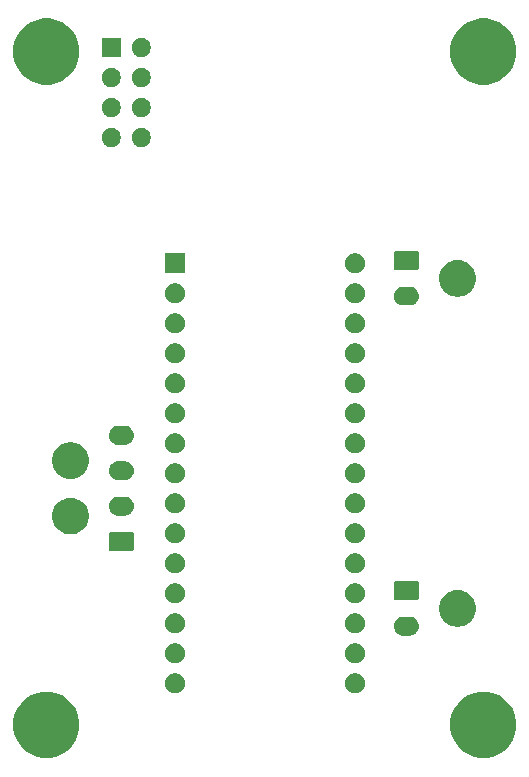
<source format=gbr>
G04 #@! TF.GenerationSoftware,KiCad,Pcbnew,(5.1.5)-3*
G04 #@! TF.CreationDate,2020-05-08T00:55:35-06:00*
G04 #@! TF.ProjectId,camera,63616d65-7261-42e6-9b69-6361645f7063,rev?*
G04 #@! TF.SameCoordinates,Original*
G04 #@! TF.FileFunction,Soldermask,Bot*
G04 #@! TF.FilePolarity,Negative*
%FSLAX46Y46*%
G04 Gerber Fmt 4.6, Leading zero omitted, Abs format (unit mm)*
G04 Created by KiCad (PCBNEW (5.1.5)-3) date 2020-05-08 00:55:35*
%MOMM*%
%LPD*%
G04 APERTURE LIST*
%ADD10C,0.100000*%
G04 APERTURE END LIST*
D10*
G36*
X101817021Y-143306640D02*
G01*
X102326769Y-143517785D01*
X102326771Y-143517786D01*
X102785534Y-143824321D01*
X103175679Y-144214466D01*
X103482214Y-144673229D01*
X103482215Y-144673231D01*
X103693360Y-145182979D01*
X103801000Y-145724124D01*
X103801000Y-146275876D01*
X103693360Y-146817021D01*
X103482215Y-147326769D01*
X103482214Y-147326771D01*
X103175679Y-147785534D01*
X102785534Y-148175679D01*
X102326771Y-148482214D01*
X102326770Y-148482215D01*
X102326769Y-148482215D01*
X101817021Y-148693360D01*
X101275876Y-148801000D01*
X100724124Y-148801000D01*
X100182979Y-148693360D01*
X99673231Y-148482215D01*
X99673230Y-148482215D01*
X99673229Y-148482214D01*
X99214466Y-148175679D01*
X98824321Y-147785534D01*
X98517786Y-147326771D01*
X98517785Y-147326769D01*
X98306640Y-146817021D01*
X98199000Y-146275876D01*
X98199000Y-145724124D01*
X98306640Y-145182979D01*
X98517785Y-144673231D01*
X98517786Y-144673229D01*
X98824321Y-144214466D01*
X99214466Y-143824321D01*
X99673229Y-143517786D01*
X99673231Y-143517785D01*
X100182979Y-143306640D01*
X100724124Y-143199000D01*
X101275876Y-143199000D01*
X101817021Y-143306640D01*
G37*
G36*
X64817021Y-143306640D02*
G01*
X65326769Y-143517785D01*
X65326771Y-143517786D01*
X65785534Y-143824321D01*
X66175679Y-144214466D01*
X66482214Y-144673229D01*
X66482215Y-144673231D01*
X66693360Y-145182979D01*
X66801000Y-145724124D01*
X66801000Y-146275876D01*
X66693360Y-146817021D01*
X66482215Y-147326769D01*
X66482214Y-147326771D01*
X66175679Y-147785534D01*
X65785534Y-148175679D01*
X65326771Y-148482214D01*
X65326770Y-148482215D01*
X65326769Y-148482215D01*
X64817021Y-148693360D01*
X64275876Y-148801000D01*
X63724124Y-148801000D01*
X63182979Y-148693360D01*
X62673231Y-148482215D01*
X62673230Y-148482215D01*
X62673229Y-148482214D01*
X62214466Y-148175679D01*
X61824321Y-147785534D01*
X61517786Y-147326771D01*
X61517785Y-147326769D01*
X61306640Y-146817021D01*
X61199000Y-146275876D01*
X61199000Y-145724124D01*
X61306640Y-145182979D01*
X61517785Y-144673231D01*
X61517786Y-144673229D01*
X61824321Y-144214466D01*
X62214466Y-143824321D01*
X62673229Y-143517786D01*
X62673231Y-143517785D01*
X63182979Y-143306640D01*
X63724124Y-143199000D01*
X64275876Y-143199000D01*
X64817021Y-143306640D01*
G37*
G36*
X75138228Y-141675703D02*
G01*
X75293100Y-141739853D01*
X75432481Y-141832985D01*
X75551015Y-141951519D01*
X75644147Y-142090900D01*
X75708297Y-142245772D01*
X75741000Y-142410184D01*
X75741000Y-142577816D01*
X75708297Y-142742228D01*
X75644147Y-142897100D01*
X75551015Y-143036481D01*
X75432481Y-143155015D01*
X75293100Y-143248147D01*
X75138228Y-143312297D01*
X74973816Y-143345000D01*
X74806184Y-143345000D01*
X74641772Y-143312297D01*
X74486900Y-143248147D01*
X74347519Y-143155015D01*
X74228985Y-143036481D01*
X74135853Y-142897100D01*
X74071703Y-142742228D01*
X74039000Y-142577816D01*
X74039000Y-142410184D01*
X74071703Y-142245772D01*
X74135853Y-142090900D01*
X74228985Y-141951519D01*
X74347519Y-141832985D01*
X74486900Y-141739853D01*
X74641772Y-141675703D01*
X74806184Y-141643000D01*
X74973816Y-141643000D01*
X75138228Y-141675703D01*
G37*
G36*
X90378228Y-141675703D02*
G01*
X90533100Y-141739853D01*
X90672481Y-141832985D01*
X90791015Y-141951519D01*
X90884147Y-142090900D01*
X90948297Y-142245772D01*
X90981000Y-142410184D01*
X90981000Y-142577816D01*
X90948297Y-142742228D01*
X90884147Y-142897100D01*
X90791015Y-143036481D01*
X90672481Y-143155015D01*
X90533100Y-143248147D01*
X90378228Y-143312297D01*
X90213816Y-143345000D01*
X90046184Y-143345000D01*
X89881772Y-143312297D01*
X89726900Y-143248147D01*
X89587519Y-143155015D01*
X89468985Y-143036481D01*
X89375853Y-142897100D01*
X89311703Y-142742228D01*
X89279000Y-142577816D01*
X89279000Y-142410184D01*
X89311703Y-142245772D01*
X89375853Y-142090900D01*
X89468985Y-141951519D01*
X89587519Y-141832985D01*
X89726900Y-141739853D01*
X89881772Y-141675703D01*
X90046184Y-141643000D01*
X90213816Y-141643000D01*
X90378228Y-141675703D01*
G37*
G36*
X90378228Y-139135703D02*
G01*
X90533100Y-139199853D01*
X90672481Y-139292985D01*
X90791015Y-139411519D01*
X90884147Y-139550900D01*
X90948297Y-139705772D01*
X90981000Y-139870184D01*
X90981000Y-140037816D01*
X90948297Y-140202228D01*
X90884147Y-140357100D01*
X90791015Y-140496481D01*
X90672481Y-140615015D01*
X90533100Y-140708147D01*
X90378228Y-140772297D01*
X90213816Y-140805000D01*
X90046184Y-140805000D01*
X89881772Y-140772297D01*
X89726900Y-140708147D01*
X89587519Y-140615015D01*
X89468985Y-140496481D01*
X89375853Y-140357100D01*
X89311703Y-140202228D01*
X89279000Y-140037816D01*
X89279000Y-139870184D01*
X89311703Y-139705772D01*
X89375853Y-139550900D01*
X89468985Y-139411519D01*
X89587519Y-139292985D01*
X89726900Y-139199853D01*
X89881772Y-139135703D01*
X90046184Y-139103000D01*
X90213816Y-139103000D01*
X90378228Y-139135703D01*
G37*
G36*
X75138228Y-139135703D02*
G01*
X75293100Y-139199853D01*
X75432481Y-139292985D01*
X75551015Y-139411519D01*
X75644147Y-139550900D01*
X75708297Y-139705772D01*
X75741000Y-139870184D01*
X75741000Y-140037816D01*
X75708297Y-140202228D01*
X75644147Y-140357100D01*
X75551015Y-140496481D01*
X75432481Y-140615015D01*
X75293100Y-140708147D01*
X75138228Y-140772297D01*
X74973816Y-140805000D01*
X74806184Y-140805000D01*
X74641772Y-140772297D01*
X74486900Y-140708147D01*
X74347519Y-140615015D01*
X74228985Y-140496481D01*
X74135853Y-140357100D01*
X74071703Y-140202228D01*
X74039000Y-140037816D01*
X74039000Y-139870184D01*
X74071703Y-139705772D01*
X74135853Y-139550900D01*
X74228985Y-139411519D01*
X74347519Y-139292985D01*
X74486900Y-139199853D01*
X74641772Y-139135703D01*
X74806184Y-139103000D01*
X74973816Y-139103000D01*
X75138228Y-139135703D01*
G37*
G36*
X94826571Y-136846863D02*
G01*
X94905023Y-136854590D01*
X94984417Y-136878674D01*
X95056013Y-136900392D01*
X95195165Y-136974771D01*
X95317133Y-137074867D01*
X95417229Y-137196835D01*
X95491608Y-137335987D01*
X95495477Y-137348741D01*
X95537410Y-137486977D01*
X95552875Y-137644000D01*
X95537410Y-137801023D01*
X95532533Y-137817100D01*
X95491608Y-137952013D01*
X95417229Y-138091165D01*
X95317133Y-138213133D01*
X95195165Y-138313229D01*
X95056013Y-138387608D01*
X95005682Y-138402875D01*
X94905023Y-138433410D01*
X94826571Y-138441137D01*
X94787346Y-138445000D01*
X94188654Y-138445000D01*
X94149429Y-138441137D01*
X94070977Y-138433410D01*
X93970318Y-138402875D01*
X93919987Y-138387608D01*
X93780835Y-138313229D01*
X93658867Y-138213133D01*
X93558771Y-138091165D01*
X93484392Y-137952013D01*
X93443467Y-137817100D01*
X93438590Y-137801023D01*
X93423125Y-137644000D01*
X93438590Y-137486977D01*
X93480523Y-137348741D01*
X93484392Y-137335987D01*
X93558771Y-137196835D01*
X93658867Y-137074867D01*
X93780835Y-136974771D01*
X93919987Y-136900392D01*
X93991583Y-136878674D01*
X94070977Y-136854590D01*
X94149429Y-136846863D01*
X94188654Y-136843000D01*
X94787346Y-136843000D01*
X94826571Y-136846863D01*
G37*
G36*
X90378228Y-136595703D02*
G01*
X90533100Y-136659853D01*
X90672481Y-136752985D01*
X90791015Y-136871519D01*
X90884147Y-137010900D01*
X90948297Y-137165772D01*
X90981000Y-137330184D01*
X90981000Y-137497816D01*
X90948297Y-137662228D01*
X90884147Y-137817100D01*
X90791015Y-137956481D01*
X90672481Y-138075015D01*
X90533100Y-138168147D01*
X90378228Y-138232297D01*
X90213816Y-138265000D01*
X90046184Y-138265000D01*
X89881772Y-138232297D01*
X89726900Y-138168147D01*
X89587519Y-138075015D01*
X89468985Y-137956481D01*
X89375853Y-137817100D01*
X89311703Y-137662228D01*
X89279000Y-137497816D01*
X89279000Y-137330184D01*
X89311703Y-137165772D01*
X89375853Y-137010900D01*
X89468985Y-136871519D01*
X89587519Y-136752985D01*
X89726900Y-136659853D01*
X89881772Y-136595703D01*
X90046184Y-136563000D01*
X90213816Y-136563000D01*
X90378228Y-136595703D01*
G37*
G36*
X75138228Y-136595703D02*
G01*
X75293100Y-136659853D01*
X75432481Y-136752985D01*
X75551015Y-136871519D01*
X75644147Y-137010900D01*
X75708297Y-137165772D01*
X75741000Y-137330184D01*
X75741000Y-137497816D01*
X75708297Y-137662228D01*
X75644147Y-137817100D01*
X75551015Y-137956481D01*
X75432481Y-138075015D01*
X75293100Y-138168147D01*
X75138228Y-138232297D01*
X74973816Y-138265000D01*
X74806184Y-138265000D01*
X74641772Y-138232297D01*
X74486900Y-138168147D01*
X74347519Y-138075015D01*
X74228985Y-137956481D01*
X74135853Y-137817100D01*
X74071703Y-137662228D01*
X74039000Y-137497816D01*
X74039000Y-137330184D01*
X74071703Y-137165772D01*
X74135853Y-137010900D01*
X74228985Y-136871519D01*
X74347519Y-136752985D01*
X74486900Y-136659853D01*
X74641772Y-136595703D01*
X74806184Y-136563000D01*
X74973816Y-136563000D01*
X75138228Y-136595703D01*
G37*
G36*
X99110585Y-134622802D02*
G01*
X99260410Y-134652604D01*
X99542674Y-134769521D01*
X99796705Y-134939259D01*
X100012741Y-135155295D01*
X100182479Y-135409326D01*
X100299396Y-135691590D01*
X100359000Y-135991240D01*
X100359000Y-136296760D01*
X100299396Y-136596410D01*
X100182479Y-136878674D01*
X100012741Y-137132705D01*
X99796705Y-137348741D01*
X99542674Y-137518479D01*
X99260410Y-137635396D01*
X99125516Y-137662228D01*
X98960761Y-137695000D01*
X98655239Y-137695000D01*
X98490484Y-137662228D01*
X98355590Y-137635396D01*
X98073326Y-137518479D01*
X97819295Y-137348741D01*
X97603259Y-137132705D01*
X97433521Y-136878674D01*
X97316604Y-136596410D01*
X97257000Y-136296760D01*
X97257000Y-135991240D01*
X97316604Y-135691590D01*
X97433521Y-135409326D01*
X97603259Y-135155295D01*
X97819295Y-134939259D01*
X98073326Y-134769521D01*
X98355590Y-134652604D01*
X98505415Y-134622802D01*
X98655239Y-134593000D01*
X98960761Y-134593000D01*
X99110585Y-134622802D01*
G37*
G36*
X90378228Y-134055703D02*
G01*
X90533100Y-134119853D01*
X90672481Y-134212985D01*
X90791015Y-134331519D01*
X90884147Y-134470900D01*
X90948297Y-134625772D01*
X90981000Y-134790184D01*
X90981000Y-134957816D01*
X90948297Y-135122228D01*
X90884147Y-135277100D01*
X90791015Y-135416481D01*
X90672481Y-135535015D01*
X90533100Y-135628147D01*
X90378228Y-135692297D01*
X90213816Y-135725000D01*
X90046184Y-135725000D01*
X89881772Y-135692297D01*
X89726900Y-135628147D01*
X89587519Y-135535015D01*
X89468985Y-135416481D01*
X89375853Y-135277100D01*
X89311703Y-135122228D01*
X89279000Y-134957816D01*
X89279000Y-134790184D01*
X89311703Y-134625772D01*
X89375853Y-134470900D01*
X89468985Y-134331519D01*
X89587519Y-134212985D01*
X89726900Y-134119853D01*
X89881772Y-134055703D01*
X90046184Y-134023000D01*
X90213816Y-134023000D01*
X90378228Y-134055703D01*
G37*
G36*
X75138228Y-134055703D02*
G01*
X75293100Y-134119853D01*
X75432481Y-134212985D01*
X75551015Y-134331519D01*
X75644147Y-134470900D01*
X75708297Y-134625772D01*
X75741000Y-134790184D01*
X75741000Y-134957816D01*
X75708297Y-135122228D01*
X75644147Y-135277100D01*
X75551015Y-135416481D01*
X75432481Y-135535015D01*
X75293100Y-135628147D01*
X75138228Y-135692297D01*
X74973816Y-135725000D01*
X74806184Y-135725000D01*
X74641772Y-135692297D01*
X74486900Y-135628147D01*
X74347519Y-135535015D01*
X74228985Y-135416481D01*
X74135853Y-135277100D01*
X74071703Y-135122228D01*
X74039000Y-134957816D01*
X74039000Y-134790184D01*
X74071703Y-134625772D01*
X74135853Y-134470900D01*
X74228985Y-134331519D01*
X74347519Y-134212985D01*
X74486900Y-134119853D01*
X74641772Y-134055703D01*
X74806184Y-134023000D01*
X74973816Y-134023000D01*
X75138228Y-134055703D01*
G37*
G36*
X95401048Y-133847122D02*
G01*
X95435387Y-133857539D01*
X95467036Y-133874456D01*
X95494778Y-133897222D01*
X95517544Y-133924964D01*
X95534461Y-133956613D01*
X95544878Y-133990952D01*
X95549000Y-134032807D01*
X95549000Y-135255193D01*
X95544878Y-135297048D01*
X95534461Y-135331387D01*
X95517544Y-135363036D01*
X95494778Y-135390778D01*
X95467036Y-135413544D01*
X95435387Y-135430461D01*
X95401048Y-135440878D01*
X95359193Y-135445000D01*
X93616807Y-135445000D01*
X93574952Y-135440878D01*
X93540613Y-135430461D01*
X93508964Y-135413544D01*
X93481222Y-135390778D01*
X93458456Y-135363036D01*
X93441539Y-135331387D01*
X93431122Y-135297048D01*
X93427000Y-135255193D01*
X93427000Y-134032807D01*
X93431122Y-133990952D01*
X93441539Y-133956613D01*
X93458456Y-133924964D01*
X93481222Y-133897222D01*
X93508964Y-133874456D01*
X93540613Y-133857539D01*
X93574952Y-133847122D01*
X93616807Y-133843000D01*
X95359193Y-133843000D01*
X95401048Y-133847122D01*
G37*
G36*
X90378228Y-131515703D02*
G01*
X90533100Y-131579853D01*
X90672481Y-131672985D01*
X90791015Y-131791519D01*
X90884147Y-131930900D01*
X90948297Y-132085772D01*
X90981000Y-132250184D01*
X90981000Y-132417816D01*
X90948297Y-132582228D01*
X90884147Y-132737100D01*
X90791015Y-132876481D01*
X90672481Y-132995015D01*
X90533100Y-133088147D01*
X90378228Y-133152297D01*
X90213816Y-133185000D01*
X90046184Y-133185000D01*
X89881772Y-133152297D01*
X89726900Y-133088147D01*
X89587519Y-132995015D01*
X89468985Y-132876481D01*
X89375853Y-132737100D01*
X89311703Y-132582228D01*
X89279000Y-132417816D01*
X89279000Y-132250184D01*
X89311703Y-132085772D01*
X89375853Y-131930900D01*
X89468985Y-131791519D01*
X89587519Y-131672985D01*
X89726900Y-131579853D01*
X89881772Y-131515703D01*
X90046184Y-131483000D01*
X90213816Y-131483000D01*
X90378228Y-131515703D01*
G37*
G36*
X75138228Y-131515703D02*
G01*
X75293100Y-131579853D01*
X75432481Y-131672985D01*
X75551015Y-131791519D01*
X75644147Y-131930900D01*
X75708297Y-132085772D01*
X75741000Y-132250184D01*
X75741000Y-132417816D01*
X75708297Y-132582228D01*
X75644147Y-132737100D01*
X75551015Y-132876481D01*
X75432481Y-132995015D01*
X75293100Y-133088147D01*
X75138228Y-133152297D01*
X74973816Y-133185000D01*
X74806184Y-133185000D01*
X74641772Y-133152297D01*
X74486900Y-133088147D01*
X74347519Y-132995015D01*
X74228985Y-132876481D01*
X74135853Y-132737100D01*
X74071703Y-132582228D01*
X74039000Y-132417816D01*
X74039000Y-132250184D01*
X74071703Y-132085772D01*
X74135853Y-131930900D01*
X74228985Y-131791519D01*
X74347519Y-131672985D01*
X74486900Y-131579853D01*
X74641772Y-131515703D01*
X74806184Y-131483000D01*
X74973816Y-131483000D01*
X75138228Y-131515703D01*
G37*
G36*
X71271048Y-129687122D02*
G01*
X71305387Y-129697539D01*
X71337036Y-129714456D01*
X71364778Y-129737222D01*
X71387544Y-129764964D01*
X71404461Y-129796613D01*
X71414878Y-129830952D01*
X71419000Y-129872807D01*
X71419000Y-131095193D01*
X71414878Y-131137048D01*
X71404461Y-131171387D01*
X71387544Y-131203036D01*
X71364778Y-131230778D01*
X71337036Y-131253544D01*
X71305387Y-131270461D01*
X71271048Y-131280878D01*
X71229193Y-131285000D01*
X69486807Y-131285000D01*
X69444952Y-131280878D01*
X69410613Y-131270461D01*
X69378964Y-131253544D01*
X69351222Y-131230778D01*
X69328456Y-131203036D01*
X69311539Y-131171387D01*
X69301122Y-131137048D01*
X69297000Y-131095193D01*
X69297000Y-129872807D01*
X69301122Y-129830952D01*
X69311539Y-129796613D01*
X69328456Y-129764964D01*
X69351222Y-129737222D01*
X69378964Y-129714456D01*
X69410613Y-129697539D01*
X69444952Y-129687122D01*
X69486807Y-129683000D01*
X71229193Y-129683000D01*
X71271048Y-129687122D01*
G37*
G36*
X90378228Y-128975703D02*
G01*
X90533100Y-129039853D01*
X90672481Y-129132985D01*
X90791015Y-129251519D01*
X90884147Y-129390900D01*
X90948297Y-129545772D01*
X90981000Y-129710184D01*
X90981000Y-129877816D01*
X90948297Y-130042228D01*
X90884147Y-130197100D01*
X90791015Y-130336481D01*
X90672481Y-130455015D01*
X90533100Y-130548147D01*
X90378228Y-130612297D01*
X90213816Y-130645000D01*
X90046184Y-130645000D01*
X89881772Y-130612297D01*
X89726900Y-130548147D01*
X89587519Y-130455015D01*
X89468985Y-130336481D01*
X89375853Y-130197100D01*
X89311703Y-130042228D01*
X89279000Y-129877816D01*
X89279000Y-129710184D01*
X89311703Y-129545772D01*
X89375853Y-129390900D01*
X89468985Y-129251519D01*
X89587519Y-129132985D01*
X89726900Y-129039853D01*
X89881772Y-128975703D01*
X90046184Y-128943000D01*
X90213816Y-128943000D01*
X90378228Y-128975703D01*
G37*
G36*
X75138228Y-128975703D02*
G01*
X75293100Y-129039853D01*
X75432481Y-129132985D01*
X75551015Y-129251519D01*
X75644147Y-129390900D01*
X75708297Y-129545772D01*
X75741000Y-129710184D01*
X75741000Y-129877816D01*
X75708297Y-130042228D01*
X75644147Y-130197100D01*
X75551015Y-130336481D01*
X75432481Y-130455015D01*
X75293100Y-130548147D01*
X75138228Y-130612297D01*
X74973816Y-130645000D01*
X74806184Y-130645000D01*
X74641772Y-130612297D01*
X74486900Y-130548147D01*
X74347519Y-130455015D01*
X74228985Y-130336481D01*
X74135853Y-130197100D01*
X74071703Y-130042228D01*
X74039000Y-129877816D01*
X74039000Y-129710184D01*
X74071703Y-129545772D01*
X74135853Y-129390900D01*
X74228985Y-129251519D01*
X74347519Y-129132985D01*
X74486900Y-129039853D01*
X74641772Y-128975703D01*
X74806184Y-128943000D01*
X74973816Y-128943000D01*
X75138228Y-128975703D01*
G37*
G36*
X66340585Y-126812802D02*
G01*
X66490410Y-126842604D01*
X66772674Y-126959521D01*
X67026705Y-127129259D01*
X67242741Y-127345295D01*
X67412479Y-127599326D01*
X67529396Y-127881590D01*
X67589000Y-128181240D01*
X67589000Y-128486760D01*
X67529396Y-128786410D01*
X67412479Y-129068674D01*
X67242741Y-129322705D01*
X67026705Y-129538741D01*
X66772674Y-129708479D01*
X66490410Y-129825396D01*
X66340585Y-129855198D01*
X66190761Y-129885000D01*
X65885239Y-129885000D01*
X65735415Y-129855198D01*
X65585590Y-129825396D01*
X65303326Y-129708479D01*
X65049295Y-129538741D01*
X64833259Y-129322705D01*
X64663521Y-129068674D01*
X64546604Y-128786410D01*
X64487000Y-128486760D01*
X64487000Y-128181240D01*
X64546604Y-127881590D01*
X64663521Y-127599326D01*
X64833259Y-127345295D01*
X65049295Y-127129259D01*
X65303326Y-126959521D01*
X65585590Y-126842604D01*
X65735415Y-126812802D01*
X65885239Y-126783000D01*
X66190761Y-126783000D01*
X66340585Y-126812802D01*
G37*
G36*
X70696571Y-126686863D02*
G01*
X70775023Y-126694590D01*
X70875682Y-126725125D01*
X70926013Y-126740392D01*
X71065165Y-126814771D01*
X71187133Y-126914867D01*
X71287229Y-127036835D01*
X71361608Y-127175987D01*
X71361608Y-127175988D01*
X71407410Y-127326977D01*
X71422875Y-127484000D01*
X71407410Y-127641023D01*
X71402533Y-127657100D01*
X71361608Y-127792013D01*
X71287229Y-127931165D01*
X71187133Y-128053133D01*
X71065165Y-128153229D01*
X70926013Y-128227608D01*
X70875682Y-128242875D01*
X70775023Y-128273410D01*
X70696571Y-128281137D01*
X70657346Y-128285000D01*
X70058654Y-128285000D01*
X70019429Y-128281137D01*
X69940977Y-128273410D01*
X69840318Y-128242875D01*
X69789987Y-128227608D01*
X69650835Y-128153229D01*
X69528867Y-128053133D01*
X69428771Y-127931165D01*
X69354392Y-127792013D01*
X69313467Y-127657100D01*
X69308590Y-127641023D01*
X69293125Y-127484000D01*
X69308590Y-127326977D01*
X69354392Y-127175988D01*
X69354392Y-127175987D01*
X69428771Y-127036835D01*
X69528867Y-126914867D01*
X69650835Y-126814771D01*
X69789987Y-126740392D01*
X69840318Y-126725125D01*
X69940977Y-126694590D01*
X70019429Y-126686863D01*
X70058654Y-126683000D01*
X70657346Y-126683000D01*
X70696571Y-126686863D01*
G37*
G36*
X90378228Y-126435703D02*
G01*
X90533100Y-126499853D01*
X90672481Y-126592985D01*
X90791015Y-126711519D01*
X90884147Y-126850900D01*
X90948297Y-127005772D01*
X90981000Y-127170184D01*
X90981000Y-127337816D01*
X90948297Y-127502228D01*
X90884147Y-127657100D01*
X90791015Y-127796481D01*
X90672481Y-127915015D01*
X90533100Y-128008147D01*
X90378228Y-128072297D01*
X90213816Y-128105000D01*
X90046184Y-128105000D01*
X89881772Y-128072297D01*
X89726900Y-128008147D01*
X89587519Y-127915015D01*
X89468985Y-127796481D01*
X89375853Y-127657100D01*
X89311703Y-127502228D01*
X89279000Y-127337816D01*
X89279000Y-127170184D01*
X89311703Y-127005772D01*
X89375853Y-126850900D01*
X89468985Y-126711519D01*
X89587519Y-126592985D01*
X89726900Y-126499853D01*
X89881772Y-126435703D01*
X90046184Y-126403000D01*
X90213816Y-126403000D01*
X90378228Y-126435703D01*
G37*
G36*
X75138228Y-126435703D02*
G01*
X75293100Y-126499853D01*
X75432481Y-126592985D01*
X75551015Y-126711519D01*
X75644147Y-126850900D01*
X75708297Y-127005772D01*
X75741000Y-127170184D01*
X75741000Y-127337816D01*
X75708297Y-127502228D01*
X75644147Y-127657100D01*
X75551015Y-127796481D01*
X75432481Y-127915015D01*
X75293100Y-128008147D01*
X75138228Y-128072297D01*
X74973816Y-128105000D01*
X74806184Y-128105000D01*
X74641772Y-128072297D01*
X74486900Y-128008147D01*
X74347519Y-127915015D01*
X74228985Y-127796481D01*
X74135853Y-127657100D01*
X74071703Y-127502228D01*
X74039000Y-127337816D01*
X74039000Y-127170184D01*
X74071703Y-127005772D01*
X74135853Y-126850900D01*
X74228985Y-126711519D01*
X74347519Y-126592985D01*
X74486900Y-126499853D01*
X74641772Y-126435703D01*
X74806184Y-126403000D01*
X74973816Y-126403000D01*
X75138228Y-126435703D01*
G37*
G36*
X90378228Y-123895703D02*
G01*
X90533100Y-123959853D01*
X90672481Y-124052985D01*
X90791015Y-124171519D01*
X90884147Y-124310900D01*
X90948297Y-124465772D01*
X90981000Y-124630184D01*
X90981000Y-124797816D01*
X90948297Y-124962228D01*
X90884147Y-125117100D01*
X90791015Y-125256481D01*
X90672481Y-125375015D01*
X90533100Y-125468147D01*
X90378228Y-125532297D01*
X90213816Y-125565000D01*
X90046184Y-125565000D01*
X89881772Y-125532297D01*
X89726900Y-125468147D01*
X89587519Y-125375015D01*
X89468985Y-125256481D01*
X89375853Y-125117100D01*
X89311703Y-124962228D01*
X89279000Y-124797816D01*
X89279000Y-124630184D01*
X89311703Y-124465772D01*
X89375853Y-124310900D01*
X89468985Y-124171519D01*
X89587519Y-124052985D01*
X89726900Y-123959853D01*
X89881772Y-123895703D01*
X90046184Y-123863000D01*
X90213816Y-123863000D01*
X90378228Y-123895703D01*
G37*
G36*
X75138228Y-123895703D02*
G01*
X75293100Y-123959853D01*
X75432481Y-124052985D01*
X75551015Y-124171519D01*
X75644147Y-124310900D01*
X75708297Y-124465772D01*
X75741000Y-124630184D01*
X75741000Y-124797816D01*
X75708297Y-124962228D01*
X75644147Y-125117100D01*
X75551015Y-125256481D01*
X75432481Y-125375015D01*
X75293100Y-125468147D01*
X75138228Y-125532297D01*
X74973816Y-125565000D01*
X74806184Y-125565000D01*
X74641772Y-125532297D01*
X74486900Y-125468147D01*
X74347519Y-125375015D01*
X74228985Y-125256481D01*
X74135853Y-125117100D01*
X74071703Y-124962228D01*
X74039000Y-124797816D01*
X74039000Y-124630184D01*
X74071703Y-124465772D01*
X74135853Y-124310900D01*
X74228985Y-124171519D01*
X74347519Y-124052985D01*
X74486900Y-123959853D01*
X74641772Y-123895703D01*
X74806184Y-123863000D01*
X74973816Y-123863000D01*
X75138228Y-123895703D01*
G37*
G36*
X70696571Y-123686863D02*
G01*
X70775023Y-123694590D01*
X70875682Y-123725125D01*
X70926013Y-123740392D01*
X71065165Y-123814771D01*
X71187133Y-123914867D01*
X71287229Y-124036835D01*
X71361608Y-124175987D01*
X71361608Y-124175988D01*
X71407410Y-124326977D01*
X71422875Y-124484000D01*
X71407410Y-124641023D01*
X71376875Y-124741682D01*
X71361608Y-124792013D01*
X71287229Y-124931165D01*
X71187133Y-125053133D01*
X71065165Y-125153229D01*
X70926013Y-125227608D01*
X70875682Y-125242875D01*
X70775023Y-125273410D01*
X70696571Y-125281137D01*
X70657346Y-125285000D01*
X70058654Y-125285000D01*
X70019429Y-125281137D01*
X69940977Y-125273410D01*
X69840318Y-125242875D01*
X69789987Y-125227608D01*
X69650835Y-125153229D01*
X69528867Y-125053133D01*
X69428771Y-124931165D01*
X69354392Y-124792013D01*
X69339125Y-124741682D01*
X69308590Y-124641023D01*
X69293125Y-124484000D01*
X69308590Y-124326977D01*
X69354392Y-124175988D01*
X69354392Y-124175987D01*
X69428771Y-124036835D01*
X69528867Y-123914867D01*
X69650835Y-123814771D01*
X69789987Y-123740392D01*
X69840318Y-123725125D01*
X69940977Y-123694590D01*
X70019429Y-123686863D01*
X70058654Y-123683000D01*
X70657346Y-123683000D01*
X70696571Y-123686863D01*
G37*
G36*
X66340585Y-122112802D02*
G01*
X66490410Y-122142604D01*
X66772674Y-122259521D01*
X67026705Y-122429259D01*
X67242741Y-122645295D01*
X67412479Y-122899326D01*
X67529396Y-123181590D01*
X67589000Y-123481240D01*
X67589000Y-123786760D01*
X67529396Y-124086410D01*
X67412479Y-124368674D01*
X67242741Y-124622705D01*
X67026705Y-124838741D01*
X66772674Y-125008479D01*
X66490410Y-125125396D01*
X66350484Y-125153229D01*
X66190761Y-125185000D01*
X65885239Y-125185000D01*
X65725516Y-125153229D01*
X65585590Y-125125396D01*
X65303326Y-125008479D01*
X65049295Y-124838741D01*
X64833259Y-124622705D01*
X64663521Y-124368674D01*
X64546604Y-124086410D01*
X64487000Y-123786760D01*
X64487000Y-123481240D01*
X64546604Y-123181590D01*
X64663521Y-122899326D01*
X64833259Y-122645295D01*
X65049295Y-122429259D01*
X65303326Y-122259521D01*
X65585590Y-122142604D01*
X65735415Y-122112802D01*
X65885239Y-122083000D01*
X66190761Y-122083000D01*
X66340585Y-122112802D01*
G37*
G36*
X75138228Y-121355703D02*
G01*
X75293100Y-121419853D01*
X75432481Y-121512985D01*
X75551015Y-121631519D01*
X75644147Y-121770900D01*
X75708297Y-121925772D01*
X75741000Y-122090184D01*
X75741000Y-122257816D01*
X75708297Y-122422228D01*
X75644147Y-122577100D01*
X75551015Y-122716481D01*
X75432481Y-122835015D01*
X75293100Y-122928147D01*
X75138228Y-122992297D01*
X74973816Y-123025000D01*
X74806184Y-123025000D01*
X74641772Y-122992297D01*
X74486900Y-122928147D01*
X74347519Y-122835015D01*
X74228985Y-122716481D01*
X74135853Y-122577100D01*
X74071703Y-122422228D01*
X74039000Y-122257816D01*
X74039000Y-122090184D01*
X74071703Y-121925772D01*
X74135853Y-121770900D01*
X74228985Y-121631519D01*
X74347519Y-121512985D01*
X74486900Y-121419853D01*
X74641772Y-121355703D01*
X74806184Y-121323000D01*
X74973816Y-121323000D01*
X75138228Y-121355703D01*
G37*
G36*
X90378228Y-121355703D02*
G01*
X90533100Y-121419853D01*
X90672481Y-121512985D01*
X90791015Y-121631519D01*
X90884147Y-121770900D01*
X90948297Y-121925772D01*
X90981000Y-122090184D01*
X90981000Y-122257816D01*
X90948297Y-122422228D01*
X90884147Y-122577100D01*
X90791015Y-122716481D01*
X90672481Y-122835015D01*
X90533100Y-122928147D01*
X90378228Y-122992297D01*
X90213816Y-123025000D01*
X90046184Y-123025000D01*
X89881772Y-122992297D01*
X89726900Y-122928147D01*
X89587519Y-122835015D01*
X89468985Y-122716481D01*
X89375853Y-122577100D01*
X89311703Y-122422228D01*
X89279000Y-122257816D01*
X89279000Y-122090184D01*
X89311703Y-121925772D01*
X89375853Y-121770900D01*
X89468985Y-121631519D01*
X89587519Y-121512985D01*
X89726900Y-121419853D01*
X89881772Y-121355703D01*
X90046184Y-121323000D01*
X90213816Y-121323000D01*
X90378228Y-121355703D01*
G37*
G36*
X70696571Y-120686863D02*
G01*
X70775023Y-120694590D01*
X70875682Y-120725125D01*
X70926013Y-120740392D01*
X71065165Y-120814771D01*
X71187133Y-120914867D01*
X71287229Y-121036835D01*
X71361608Y-121175987D01*
X71361608Y-121175988D01*
X71407410Y-121326977D01*
X71422875Y-121484000D01*
X71407410Y-121641023D01*
X71376875Y-121741682D01*
X71361608Y-121792013D01*
X71287229Y-121931165D01*
X71187133Y-122053133D01*
X71065165Y-122153229D01*
X70926013Y-122227608D01*
X70875682Y-122242875D01*
X70775023Y-122273410D01*
X70696571Y-122281137D01*
X70657346Y-122285000D01*
X70058654Y-122285000D01*
X70019429Y-122281137D01*
X69940977Y-122273410D01*
X69840318Y-122242875D01*
X69789987Y-122227608D01*
X69650835Y-122153229D01*
X69528867Y-122053133D01*
X69428771Y-121931165D01*
X69354392Y-121792013D01*
X69339125Y-121741682D01*
X69308590Y-121641023D01*
X69293125Y-121484000D01*
X69308590Y-121326977D01*
X69354392Y-121175988D01*
X69354392Y-121175987D01*
X69428771Y-121036835D01*
X69528867Y-120914867D01*
X69650835Y-120814771D01*
X69789987Y-120740392D01*
X69840318Y-120725125D01*
X69940977Y-120694590D01*
X70019429Y-120686863D01*
X70058654Y-120683000D01*
X70657346Y-120683000D01*
X70696571Y-120686863D01*
G37*
G36*
X75138228Y-118815703D02*
G01*
X75293100Y-118879853D01*
X75432481Y-118972985D01*
X75551015Y-119091519D01*
X75644147Y-119230900D01*
X75708297Y-119385772D01*
X75741000Y-119550184D01*
X75741000Y-119717816D01*
X75708297Y-119882228D01*
X75644147Y-120037100D01*
X75551015Y-120176481D01*
X75432481Y-120295015D01*
X75293100Y-120388147D01*
X75138228Y-120452297D01*
X74973816Y-120485000D01*
X74806184Y-120485000D01*
X74641772Y-120452297D01*
X74486900Y-120388147D01*
X74347519Y-120295015D01*
X74228985Y-120176481D01*
X74135853Y-120037100D01*
X74071703Y-119882228D01*
X74039000Y-119717816D01*
X74039000Y-119550184D01*
X74071703Y-119385772D01*
X74135853Y-119230900D01*
X74228985Y-119091519D01*
X74347519Y-118972985D01*
X74486900Y-118879853D01*
X74641772Y-118815703D01*
X74806184Y-118783000D01*
X74973816Y-118783000D01*
X75138228Y-118815703D01*
G37*
G36*
X90378228Y-118815703D02*
G01*
X90533100Y-118879853D01*
X90672481Y-118972985D01*
X90791015Y-119091519D01*
X90884147Y-119230900D01*
X90948297Y-119385772D01*
X90981000Y-119550184D01*
X90981000Y-119717816D01*
X90948297Y-119882228D01*
X90884147Y-120037100D01*
X90791015Y-120176481D01*
X90672481Y-120295015D01*
X90533100Y-120388147D01*
X90378228Y-120452297D01*
X90213816Y-120485000D01*
X90046184Y-120485000D01*
X89881772Y-120452297D01*
X89726900Y-120388147D01*
X89587519Y-120295015D01*
X89468985Y-120176481D01*
X89375853Y-120037100D01*
X89311703Y-119882228D01*
X89279000Y-119717816D01*
X89279000Y-119550184D01*
X89311703Y-119385772D01*
X89375853Y-119230900D01*
X89468985Y-119091519D01*
X89587519Y-118972985D01*
X89726900Y-118879853D01*
X89881772Y-118815703D01*
X90046184Y-118783000D01*
X90213816Y-118783000D01*
X90378228Y-118815703D01*
G37*
G36*
X75138228Y-116275703D02*
G01*
X75293100Y-116339853D01*
X75432481Y-116432985D01*
X75551015Y-116551519D01*
X75644147Y-116690900D01*
X75708297Y-116845772D01*
X75741000Y-117010184D01*
X75741000Y-117177816D01*
X75708297Y-117342228D01*
X75644147Y-117497100D01*
X75551015Y-117636481D01*
X75432481Y-117755015D01*
X75293100Y-117848147D01*
X75138228Y-117912297D01*
X74973816Y-117945000D01*
X74806184Y-117945000D01*
X74641772Y-117912297D01*
X74486900Y-117848147D01*
X74347519Y-117755015D01*
X74228985Y-117636481D01*
X74135853Y-117497100D01*
X74071703Y-117342228D01*
X74039000Y-117177816D01*
X74039000Y-117010184D01*
X74071703Y-116845772D01*
X74135853Y-116690900D01*
X74228985Y-116551519D01*
X74347519Y-116432985D01*
X74486900Y-116339853D01*
X74641772Y-116275703D01*
X74806184Y-116243000D01*
X74973816Y-116243000D01*
X75138228Y-116275703D01*
G37*
G36*
X90378228Y-116275703D02*
G01*
X90533100Y-116339853D01*
X90672481Y-116432985D01*
X90791015Y-116551519D01*
X90884147Y-116690900D01*
X90948297Y-116845772D01*
X90981000Y-117010184D01*
X90981000Y-117177816D01*
X90948297Y-117342228D01*
X90884147Y-117497100D01*
X90791015Y-117636481D01*
X90672481Y-117755015D01*
X90533100Y-117848147D01*
X90378228Y-117912297D01*
X90213816Y-117945000D01*
X90046184Y-117945000D01*
X89881772Y-117912297D01*
X89726900Y-117848147D01*
X89587519Y-117755015D01*
X89468985Y-117636481D01*
X89375853Y-117497100D01*
X89311703Y-117342228D01*
X89279000Y-117177816D01*
X89279000Y-117010184D01*
X89311703Y-116845772D01*
X89375853Y-116690900D01*
X89468985Y-116551519D01*
X89587519Y-116432985D01*
X89726900Y-116339853D01*
X89881772Y-116275703D01*
X90046184Y-116243000D01*
X90213816Y-116243000D01*
X90378228Y-116275703D01*
G37*
G36*
X75138228Y-113735703D02*
G01*
X75293100Y-113799853D01*
X75432481Y-113892985D01*
X75551015Y-114011519D01*
X75644147Y-114150900D01*
X75708297Y-114305772D01*
X75741000Y-114470184D01*
X75741000Y-114637816D01*
X75708297Y-114802228D01*
X75644147Y-114957100D01*
X75551015Y-115096481D01*
X75432481Y-115215015D01*
X75293100Y-115308147D01*
X75138228Y-115372297D01*
X74973816Y-115405000D01*
X74806184Y-115405000D01*
X74641772Y-115372297D01*
X74486900Y-115308147D01*
X74347519Y-115215015D01*
X74228985Y-115096481D01*
X74135853Y-114957100D01*
X74071703Y-114802228D01*
X74039000Y-114637816D01*
X74039000Y-114470184D01*
X74071703Y-114305772D01*
X74135853Y-114150900D01*
X74228985Y-114011519D01*
X74347519Y-113892985D01*
X74486900Y-113799853D01*
X74641772Y-113735703D01*
X74806184Y-113703000D01*
X74973816Y-113703000D01*
X75138228Y-113735703D01*
G37*
G36*
X90378228Y-113735703D02*
G01*
X90533100Y-113799853D01*
X90672481Y-113892985D01*
X90791015Y-114011519D01*
X90884147Y-114150900D01*
X90948297Y-114305772D01*
X90981000Y-114470184D01*
X90981000Y-114637816D01*
X90948297Y-114802228D01*
X90884147Y-114957100D01*
X90791015Y-115096481D01*
X90672481Y-115215015D01*
X90533100Y-115308147D01*
X90378228Y-115372297D01*
X90213816Y-115405000D01*
X90046184Y-115405000D01*
X89881772Y-115372297D01*
X89726900Y-115308147D01*
X89587519Y-115215015D01*
X89468985Y-115096481D01*
X89375853Y-114957100D01*
X89311703Y-114802228D01*
X89279000Y-114637816D01*
X89279000Y-114470184D01*
X89311703Y-114305772D01*
X89375853Y-114150900D01*
X89468985Y-114011519D01*
X89587519Y-113892985D01*
X89726900Y-113799853D01*
X89881772Y-113735703D01*
X90046184Y-113703000D01*
X90213816Y-113703000D01*
X90378228Y-113735703D01*
G37*
G36*
X75138228Y-111195703D02*
G01*
X75293100Y-111259853D01*
X75432481Y-111352985D01*
X75551015Y-111471519D01*
X75644147Y-111610900D01*
X75708297Y-111765772D01*
X75741000Y-111930184D01*
X75741000Y-112097816D01*
X75708297Y-112262228D01*
X75644147Y-112417100D01*
X75551015Y-112556481D01*
X75432481Y-112675015D01*
X75293100Y-112768147D01*
X75138228Y-112832297D01*
X74973816Y-112865000D01*
X74806184Y-112865000D01*
X74641772Y-112832297D01*
X74486900Y-112768147D01*
X74347519Y-112675015D01*
X74228985Y-112556481D01*
X74135853Y-112417100D01*
X74071703Y-112262228D01*
X74039000Y-112097816D01*
X74039000Y-111930184D01*
X74071703Y-111765772D01*
X74135853Y-111610900D01*
X74228985Y-111471519D01*
X74347519Y-111352985D01*
X74486900Y-111259853D01*
X74641772Y-111195703D01*
X74806184Y-111163000D01*
X74973816Y-111163000D01*
X75138228Y-111195703D01*
G37*
G36*
X90378228Y-111195703D02*
G01*
X90533100Y-111259853D01*
X90672481Y-111352985D01*
X90791015Y-111471519D01*
X90884147Y-111610900D01*
X90948297Y-111765772D01*
X90981000Y-111930184D01*
X90981000Y-112097816D01*
X90948297Y-112262228D01*
X90884147Y-112417100D01*
X90791015Y-112556481D01*
X90672481Y-112675015D01*
X90533100Y-112768147D01*
X90378228Y-112832297D01*
X90213816Y-112865000D01*
X90046184Y-112865000D01*
X89881772Y-112832297D01*
X89726900Y-112768147D01*
X89587519Y-112675015D01*
X89468985Y-112556481D01*
X89375853Y-112417100D01*
X89311703Y-112262228D01*
X89279000Y-112097816D01*
X89279000Y-111930184D01*
X89311703Y-111765772D01*
X89375853Y-111610900D01*
X89468985Y-111471519D01*
X89587519Y-111352985D01*
X89726900Y-111259853D01*
X89881772Y-111195703D01*
X90046184Y-111163000D01*
X90213816Y-111163000D01*
X90378228Y-111195703D01*
G37*
G36*
X94826571Y-108896863D02*
G01*
X94905023Y-108904590D01*
X94984417Y-108928674D01*
X95056013Y-108950392D01*
X95195165Y-109024771D01*
X95317133Y-109124867D01*
X95417229Y-109246835D01*
X95491608Y-109385987D01*
X95495477Y-109398741D01*
X95537410Y-109536977D01*
X95552875Y-109694000D01*
X95537410Y-109851023D01*
X95506875Y-109951682D01*
X95491608Y-110002013D01*
X95417229Y-110141165D01*
X95317133Y-110263133D01*
X95195165Y-110363229D01*
X95056013Y-110437608D01*
X95005682Y-110452875D01*
X94905023Y-110483410D01*
X94826571Y-110491137D01*
X94787346Y-110495000D01*
X94188654Y-110495000D01*
X94149429Y-110491137D01*
X94070977Y-110483410D01*
X93970318Y-110452875D01*
X93919987Y-110437608D01*
X93780835Y-110363229D01*
X93658867Y-110263133D01*
X93558771Y-110141165D01*
X93484392Y-110002013D01*
X93469125Y-109951682D01*
X93438590Y-109851023D01*
X93423125Y-109694000D01*
X93438590Y-109536977D01*
X93480523Y-109398741D01*
X93484392Y-109385987D01*
X93558771Y-109246835D01*
X93658867Y-109124867D01*
X93780835Y-109024771D01*
X93919987Y-108950392D01*
X93991583Y-108928674D01*
X94070977Y-108904590D01*
X94149429Y-108896863D01*
X94188654Y-108893000D01*
X94787346Y-108893000D01*
X94826571Y-108896863D01*
G37*
G36*
X90378228Y-108655703D02*
G01*
X90533100Y-108719853D01*
X90672481Y-108812985D01*
X90791015Y-108931519D01*
X90884147Y-109070900D01*
X90948297Y-109225772D01*
X90981000Y-109390184D01*
X90981000Y-109557816D01*
X90948297Y-109722228D01*
X90884147Y-109877100D01*
X90791015Y-110016481D01*
X90672481Y-110135015D01*
X90533100Y-110228147D01*
X90378228Y-110292297D01*
X90213816Y-110325000D01*
X90046184Y-110325000D01*
X89881772Y-110292297D01*
X89726900Y-110228147D01*
X89587519Y-110135015D01*
X89468985Y-110016481D01*
X89375853Y-109877100D01*
X89311703Y-109722228D01*
X89279000Y-109557816D01*
X89279000Y-109390184D01*
X89311703Y-109225772D01*
X89375853Y-109070900D01*
X89468985Y-108931519D01*
X89587519Y-108812985D01*
X89726900Y-108719853D01*
X89881772Y-108655703D01*
X90046184Y-108623000D01*
X90213816Y-108623000D01*
X90378228Y-108655703D01*
G37*
G36*
X75138228Y-108655703D02*
G01*
X75293100Y-108719853D01*
X75432481Y-108812985D01*
X75551015Y-108931519D01*
X75644147Y-109070900D01*
X75708297Y-109225772D01*
X75741000Y-109390184D01*
X75741000Y-109557816D01*
X75708297Y-109722228D01*
X75644147Y-109877100D01*
X75551015Y-110016481D01*
X75432481Y-110135015D01*
X75293100Y-110228147D01*
X75138228Y-110292297D01*
X74973816Y-110325000D01*
X74806184Y-110325000D01*
X74641772Y-110292297D01*
X74486900Y-110228147D01*
X74347519Y-110135015D01*
X74228985Y-110016481D01*
X74135853Y-109877100D01*
X74071703Y-109722228D01*
X74039000Y-109557816D01*
X74039000Y-109390184D01*
X74071703Y-109225772D01*
X74135853Y-109070900D01*
X74228985Y-108931519D01*
X74347519Y-108812985D01*
X74486900Y-108719853D01*
X74641772Y-108655703D01*
X74806184Y-108623000D01*
X74973816Y-108623000D01*
X75138228Y-108655703D01*
G37*
G36*
X99110585Y-106672802D02*
G01*
X99260410Y-106702604D01*
X99542674Y-106819521D01*
X99796705Y-106989259D01*
X100012741Y-107205295D01*
X100182479Y-107459326D01*
X100299396Y-107741590D01*
X100359000Y-108041240D01*
X100359000Y-108346760D01*
X100299396Y-108646410D01*
X100182479Y-108928674D01*
X100012741Y-109182705D01*
X99796705Y-109398741D01*
X99542674Y-109568479D01*
X99260410Y-109685396D01*
X99110585Y-109715198D01*
X98960761Y-109745000D01*
X98655239Y-109745000D01*
X98505415Y-109715198D01*
X98355590Y-109685396D01*
X98073326Y-109568479D01*
X97819295Y-109398741D01*
X97603259Y-109182705D01*
X97433521Y-108928674D01*
X97316604Y-108646410D01*
X97257000Y-108346760D01*
X97257000Y-108041240D01*
X97316604Y-107741590D01*
X97433521Y-107459326D01*
X97603259Y-107205295D01*
X97819295Y-106989259D01*
X98073326Y-106819521D01*
X98355590Y-106702604D01*
X98505415Y-106672802D01*
X98655239Y-106643000D01*
X98960761Y-106643000D01*
X99110585Y-106672802D01*
G37*
G36*
X90378228Y-106115703D02*
G01*
X90533100Y-106179853D01*
X90672481Y-106272985D01*
X90791015Y-106391519D01*
X90884147Y-106530900D01*
X90948297Y-106685772D01*
X90981000Y-106850184D01*
X90981000Y-107017816D01*
X90948297Y-107182228D01*
X90884147Y-107337100D01*
X90791015Y-107476481D01*
X90672481Y-107595015D01*
X90533100Y-107688147D01*
X90378228Y-107752297D01*
X90213816Y-107785000D01*
X90046184Y-107785000D01*
X89881772Y-107752297D01*
X89726900Y-107688147D01*
X89587519Y-107595015D01*
X89468985Y-107476481D01*
X89375853Y-107337100D01*
X89311703Y-107182228D01*
X89279000Y-107017816D01*
X89279000Y-106850184D01*
X89311703Y-106685772D01*
X89375853Y-106530900D01*
X89468985Y-106391519D01*
X89587519Y-106272985D01*
X89726900Y-106179853D01*
X89881772Y-106115703D01*
X90046184Y-106083000D01*
X90213816Y-106083000D01*
X90378228Y-106115703D01*
G37*
G36*
X75741000Y-107785000D02*
G01*
X74039000Y-107785000D01*
X74039000Y-106083000D01*
X75741000Y-106083000D01*
X75741000Y-107785000D01*
G37*
G36*
X95401048Y-105897122D02*
G01*
X95435387Y-105907539D01*
X95467036Y-105924456D01*
X95494778Y-105947222D01*
X95517544Y-105974964D01*
X95534461Y-106006613D01*
X95544878Y-106040952D01*
X95549000Y-106082807D01*
X95549000Y-107305193D01*
X95544878Y-107347048D01*
X95534461Y-107381387D01*
X95517544Y-107413036D01*
X95494778Y-107440778D01*
X95467036Y-107463544D01*
X95435387Y-107480461D01*
X95401048Y-107490878D01*
X95359193Y-107495000D01*
X93616807Y-107495000D01*
X93574952Y-107490878D01*
X93540613Y-107480461D01*
X93508964Y-107463544D01*
X93481222Y-107440778D01*
X93458456Y-107413036D01*
X93441539Y-107381387D01*
X93431122Y-107347048D01*
X93427000Y-107305193D01*
X93427000Y-106082807D01*
X93431122Y-106040952D01*
X93441539Y-106006613D01*
X93458456Y-105974964D01*
X93481222Y-105947222D01*
X93508964Y-105924456D01*
X93540613Y-105907539D01*
X93574952Y-105897122D01*
X93616807Y-105893000D01*
X95359193Y-105893000D01*
X95401048Y-105897122D01*
G37*
G36*
X72277142Y-95484242D02*
G01*
X72425101Y-95545529D01*
X72558255Y-95634499D01*
X72671501Y-95747745D01*
X72760471Y-95880899D01*
X72821758Y-96028858D01*
X72853000Y-96185925D01*
X72853000Y-96346075D01*
X72821758Y-96503142D01*
X72760471Y-96651101D01*
X72671501Y-96784255D01*
X72558255Y-96897501D01*
X72425101Y-96986471D01*
X72277142Y-97047758D01*
X72120075Y-97079000D01*
X71959925Y-97079000D01*
X71802858Y-97047758D01*
X71654899Y-96986471D01*
X71521745Y-96897501D01*
X71408499Y-96784255D01*
X71319529Y-96651101D01*
X71258242Y-96503142D01*
X71227000Y-96346075D01*
X71227000Y-96185925D01*
X71258242Y-96028858D01*
X71319529Y-95880899D01*
X71408499Y-95747745D01*
X71521745Y-95634499D01*
X71654899Y-95545529D01*
X71802858Y-95484242D01*
X71959925Y-95453000D01*
X72120075Y-95453000D01*
X72277142Y-95484242D01*
G37*
G36*
X69737142Y-95484242D02*
G01*
X69885101Y-95545529D01*
X70018255Y-95634499D01*
X70131501Y-95747745D01*
X70220471Y-95880899D01*
X70281758Y-96028858D01*
X70313000Y-96185925D01*
X70313000Y-96346075D01*
X70281758Y-96503142D01*
X70220471Y-96651101D01*
X70131501Y-96784255D01*
X70018255Y-96897501D01*
X69885101Y-96986471D01*
X69737142Y-97047758D01*
X69580075Y-97079000D01*
X69419925Y-97079000D01*
X69262858Y-97047758D01*
X69114899Y-96986471D01*
X68981745Y-96897501D01*
X68868499Y-96784255D01*
X68779529Y-96651101D01*
X68718242Y-96503142D01*
X68687000Y-96346075D01*
X68687000Y-96185925D01*
X68718242Y-96028858D01*
X68779529Y-95880899D01*
X68868499Y-95747745D01*
X68981745Y-95634499D01*
X69114899Y-95545529D01*
X69262858Y-95484242D01*
X69419925Y-95453000D01*
X69580075Y-95453000D01*
X69737142Y-95484242D01*
G37*
G36*
X69737142Y-92944242D02*
G01*
X69885101Y-93005529D01*
X70018255Y-93094499D01*
X70131501Y-93207745D01*
X70220471Y-93340899D01*
X70281758Y-93488858D01*
X70313000Y-93645925D01*
X70313000Y-93806075D01*
X70281758Y-93963142D01*
X70220471Y-94111101D01*
X70131501Y-94244255D01*
X70018255Y-94357501D01*
X69885101Y-94446471D01*
X69737142Y-94507758D01*
X69580075Y-94539000D01*
X69419925Y-94539000D01*
X69262858Y-94507758D01*
X69114899Y-94446471D01*
X68981745Y-94357501D01*
X68868499Y-94244255D01*
X68779529Y-94111101D01*
X68718242Y-93963142D01*
X68687000Y-93806075D01*
X68687000Y-93645925D01*
X68718242Y-93488858D01*
X68779529Y-93340899D01*
X68868499Y-93207745D01*
X68981745Y-93094499D01*
X69114899Y-93005529D01*
X69262858Y-92944242D01*
X69419925Y-92913000D01*
X69580075Y-92913000D01*
X69737142Y-92944242D01*
G37*
G36*
X72277142Y-92944242D02*
G01*
X72425101Y-93005529D01*
X72558255Y-93094499D01*
X72671501Y-93207745D01*
X72760471Y-93340899D01*
X72821758Y-93488858D01*
X72853000Y-93645925D01*
X72853000Y-93806075D01*
X72821758Y-93963142D01*
X72760471Y-94111101D01*
X72671501Y-94244255D01*
X72558255Y-94357501D01*
X72425101Y-94446471D01*
X72277142Y-94507758D01*
X72120075Y-94539000D01*
X71959925Y-94539000D01*
X71802858Y-94507758D01*
X71654899Y-94446471D01*
X71521745Y-94357501D01*
X71408499Y-94244255D01*
X71319529Y-94111101D01*
X71258242Y-93963142D01*
X71227000Y-93806075D01*
X71227000Y-93645925D01*
X71258242Y-93488858D01*
X71319529Y-93340899D01*
X71408499Y-93207745D01*
X71521745Y-93094499D01*
X71654899Y-93005529D01*
X71802858Y-92944242D01*
X71959925Y-92913000D01*
X72120075Y-92913000D01*
X72277142Y-92944242D01*
G37*
G36*
X69737142Y-90404242D02*
G01*
X69885101Y-90465529D01*
X70018255Y-90554499D01*
X70131501Y-90667745D01*
X70220471Y-90800899D01*
X70281758Y-90948858D01*
X70313000Y-91105925D01*
X70313000Y-91266075D01*
X70281758Y-91423142D01*
X70220471Y-91571101D01*
X70131501Y-91704255D01*
X70018255Y-91817501D01*
X69885101Y-91906471D01*
X69737142Y-91967758D01*
X69580075Y-91999000D01*
X69419925Y-91999000D01*
X69262858Y-91967758D01*
X69114899Y-91906471D01*
X68981745Y-91817501D01*
X68868499Y-91704255D01*
X68779529Y-91571101D01*
X68718242Y-91423142D01*
X68687000Y-91266075D01*
X68687000Y-91105925D01*
X68718242Y-90948858D01*
X68779529Y-90800899D01*
X68868499Y-90667745D01*
X68981745Y-90554499D01*
X69114899Y-90465529D01*
X69262858Y-90404242D01*
X69419925Y-90373000D01*
X69580075Y-90373000D01*
X69737142Y-90404242D01*
G37*
G36*
X72277142Y-90404242D02*
G01*
X72425101Y-90465529D01*
X72558255Y-90554499D01*
X72671501Y-90667745D01*
X72760471Y-90800899D01*
X72821758Y-90948858D01*
X72853000Y-91105925D01*
X72853000Y-91266075D01*
X72821758Y-91423142D01*
X72760471Y-91571101D01*
X72671501Y-91704255D01*
X72558255Y-91817501D01*
X72425101Y-91906471D01*
X72277142Y-91967758D01*
X72120075Y-91999000D01*
X71959925Y-91999000D01*
X71802858Y-91967758D01*
X71654899Y-91906471D01*
X71521745Y-91817501D01*
X71408499Y-91704255D01*
X71319529Y-91571101D01*
X71258242Y-91423142D01*
X71227000Y-91266075D01*
X71227000Y-91105925D01*
X71258242Y-90948858D01*
X71319529Y-90800899D01*
X71408499Y-90667745D01*
X71521745Y-90554499D01*
X71654899Y-90465529D01*
X71802858Y-90404242D01*
X71959925Y-90373000D01*
X72120075Y-90373000D01*
X72277142Y-90404242D01*
G37*
G36*
X101817021Y-86306640D02*
G01*
X102326769Y-86517785D01*
X102326771Y-86517786D01*
X102785534Y-86824321D01*
X103175679Y-87214466D01*
X103482214Y-87673229D01*
X103482215Y-87673231D01*
X103693360Y-88182979D01*
X103801000Y-88724124D01*
X103801000Y-89275876D01*
X103693360Y-89817021D01*
X103482215Y-90326769D01*
X103482214Y-90326771D01*
X103175679Y-90785534D01*
X102785534Y-91175679D01*
X102326771Y-91482214D01*
X102326770Y-91482215D01*
X102326769Y-91482215D01*
X101817021Y-91693360D01*
X101275876Y-91801000D01*
X100724124Y-91801000D01*
X100182979Y-91693360D01*
X99673231Y-91482215D01*
X99673230Y-91482215D01*
X99673229Y-91482214D01*
X99214466Y-91175679D01*
X98824321Y-90785534D01*
X98517786Y-90326771D01*
X98517785Y-90326769D01*
X98306640Y-89817021D01*
X98199000Y-89275876D01*
X98199000Y-88724124D01*
X98306640Y-88182979D01*
X98517785Y-87673231D01*
X98517786Y-87673229D01*
X98824321Y-87214466D01*
X99214466Y-86824321D01*
X99673229Y-86517786D01*
X99673231Y-86517785D01*
X100182979Y-86306640D01*
X100724124Y-86199000D01*
X101275876Y-86199000D01*
X101817021Y-86306640D01*
G37*
G36*
X64817021Y-86306640D02*
G01*
X65326769Y-86517785D01*
X65326771Y-86517786D01*
X65785534Y-86824321D01*
X66175679Y-87214466D01*
X66482214Y-87673229D01*
X66482215Y-87673231D01*
X66693360Y-88182979D01*
X66801000Y-88724124D01*
X66801000Y-89275876D01*
X66693360Y-89817021D01*
X66482215Y-90326769D01*
X66482214Y-90326771D01*
X66175679Y-90785534D01*
X65785534Y-91175679D01*
X65326771Y-91482214D01*
X65326770Y-91482215D01*
X65326769Y-91482215D01*
X64817021Y-91693360D01*
X64275876Y-91801000D01*
X63724124Y-91801000D01*
X63182979Y-91693360D01*
X62673231Y-91482215D01*
X62673230Y-91482215D01*
X62673229Y-91482214D01*
X62214466Y-91175679D01*
X61824321Y-90785534D01*
X61517786Y-90326771D01*
X61517785Y-90326769D01*
X61306640Y-89817021D01*
X61199000Y-89275876D01*
X61199000Y-88724124D01*
X61306640Y-88182979D01*
X61517785Y-87673231D01*
X61517786Y-87673229D01*
X61824321Y-87214466D01*
X62214466Y-86824321D01*
X62673229Y-86517786D01*
X62673231Y-86517785D01*
X63182979Y-86306640D01*
X63724124Y-86199000D01*
X64275876Y-86199000D01*
X64817021Y-86306640D01*
G37*
G36*
X72277142Y-87864242D02*
G01*
X72425101Y-87925529D01*
X72558255Y-88014499D01*
X72671501Y-88127745D01*
X72760471Y-88260899D01*
X72821758Y-88408858D01*
X72853000Y-88565925D01*
X72853000Y-88726075D01*
X72821758Y-88883142D01*
X72760471Y-89031101D01*
X72671501Y-89164255D01*
X72558255Y-89277501D01*
X72425101Y-89366471D01*
X72277142Y-89427758D01*
X72120075Y-89459000D01*
X71959925Y-89459000D01*
X71802858Y-89427758D01*
X71654899Y-89366471D01*
X71521745Y-89277501D01*
X71408499Y-89164255D01*
X71319529Y-89031101D01*
X71258242Y-88883142D01*
X71227000Y-88726075D01*
X71227000Y-88565925D01*
X71258242Y-88408858D01*
X71319529Y-88260899D01*
X71408499Y-88127745D01*
X71521745Y-88014499D01*
X71654899Y-87925529D01*
X71802858Y-87864242D01*
X71959925Y-87833000D01*
X72120075Y-87833000D01*
X72277142Y-87864242D01*
G37*
G36*
X70313000Y-89459000D02*
G01*
X68687000Y-89459000D01*
X68687000Y-87833000D01*
X70313000Y-87833000D01*
X70313000Y-89459000D01*
G37*
M02*

</source>
